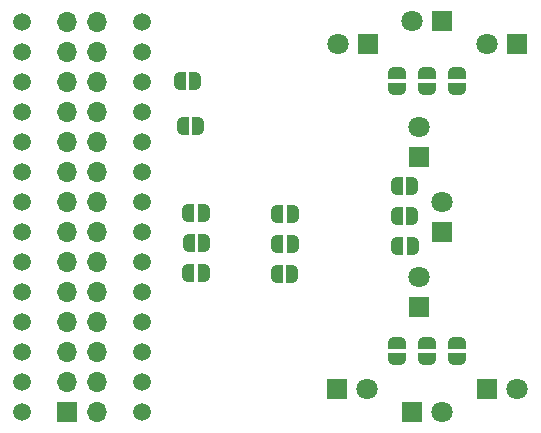
<source format=gbr>
%TF.GenerationSoftware,KiCad,Pcbnew,(6.0.4)*%
%TF.CreationDate,2024-03-23T19:03:44+02:00*%
%TF.ProjectId,EEE3088 Sensing,45454533-3038-4382-9053-656e73696e67,R1.0*%
%TF.SameCoordinates,Original*%
%TF.FileFunction,Soldermask,Bot*%
%TF.FilePolarity,Negative*%
%FSLAX46Y46*%
G04 Gerber Fmt 4.6, Leading zero omitted, Abs format (unit mm)*
G04 Created by KiCad (PCBNEW (6.0.4)) date 2024-03-23 19:03:44*
%MOMM*%
%LPD*%
G01*
G04 APERTURE LIST*
G04 Aperture macros list*
%AMFreePoly0*
4,1,22,0.500000,-0.750000,0.000000,-0.750000,0.000000,-0.745033,-0.079941,-0.743568,-0.215256,-0.701293,-0.333266,-0.622738,-0.424486,-0.514219,-0.481581,-0.384460,-0.499164,-0.250000,-0.500000,-0.250000,-0.500000,0.250000,-0.499164,0.250000,-0.499963,0.256109,-0.478152,0.396186,-0.417904,0.524511,-0.324060,0.630769,-0.204165,0.706417,-0.067858,0.745374,0.000000,0.744959,0.000000,0.750000,
0.500000,0.750000,0.500000,-0.750000,0.500000,-0.750000,$1*%
%AMFreePoly1*
4,1,20,0.000000,0.744959,0.073905,0.744508,0.209726,0.703889,0.328688,0.626782,0.421226,0.519385,0.479903,0.390333,0.500000,0.250000,0.500000,-0.250000,0.499851,-0.262216,0.476331,-0.402017,0.414519,-0.529596,0.319384,-0.634700,0.198574,-0.708877,0.061801,-0.746166,0.000000,-0.745033,0.000000,-0.750000,-0.500000,-0.750000,-0.500000,0.750000,0.000000,0.750000,0.000000,0.744959,
0.000000,0.744959,$1*%
G04 Aperture macros list end*
%ADD10R,1.800000X1.800000*%
%ADD11C,1.800000*%
%ADD12C,1.500000*%
%ADD13FreePoly0,90.000000*%
%ADD14FreePoly1,90.000000*%
%ADD15FreePoly0,0.000000*%
%ADD16FreePoly1,0.000000*%
%ADD17FreePoly0,270.000000*%
%ADD18FreePoly1,270.000000*%
%ADD19R,1.700000X1.700000*%
%ADD20O,1.700000X1.700000*%
G04 APERTURE END LIST*
D10*
%TO.C,Q6*%
X148590000Y-89000000D03*
D11*
X151130000Y-89000000D03*
%TD*%
D10*
%TO.C,D2*%
X144830000Y-57815000D03*
D11*
X142290000Y-57815000D03*
%TD*%
D10*
%TO.C,Q4*%
X151080000Y-73760000D03*
D11*
X151080000Y-71220000D03*
%TD*%
D10*
%TO.C,Q5*%
X151130000Y-55880000D03*
D11*
X148590000Y-55880000D03*
%TD*%
D10*
%TO.C,D6*%
X142235000Y-87065000D03*
D11*
X144775000Y-87065000D03*
%TD*%
D10*
%TO.C,D1*%
X149145000Y-67415000D03*
D11*
X149145000Y-64875000D03*
%TD*%
D10*
%TO.C,D5*%
X157485000Y-57815000D03*
D11*
X154945000Y-57815000D03*
%TD*%
D10*
%TO.C,D4*%
X149145000Y-80115000D03*
D11*
X149145000Y-77575000D03*
%TD*%
D10*
%TO.C,D3*%
X154935000Y-87065000D03*
D11*
X157475000Y-87065000D03*
%TD*%
D12*
%TO.C,TP12*%
X115520000Y-61060000D03*
%TD*%
%TO.C,TP14*%
X115520000Y-63600000D03*
%TD*%
%TO.C,TP2*%
X115520000Y-55980000D03*
%TD*%
D13*
%TO.C,5*%
X149860000Y-61610000D03*
D14*
X149860000Y-60310000D03*
%TD*%
D12*
%TO.C,TP4*%
X115520000Y-81380000D03*
%TD*%
D15*
%TO.C,15*%
X129652000Y-74676000D03*
D16*
X130952000Y-74676000D03*
%TD*%
D15*
%TO.C,10*%
X128890000Y-60960000D03*
D16*
X130190000Y-60960000D03*
%TD*%
D15*
%TO.C,4*%
X147290000Y-72390000D03*
D16*
X148590000Y-72390000D03*
%TD*%
D12*
%TO.C,TP18*%
X125680000Y-81380000D03*
%TD*%
%TO.C,TP21*%
X125680000Y-73760000D03*
%TD*%
%TO.C,TP11*%
X115520000Y-71220000D03*
%TD*%
%TO.C,TP16*%
X125680000Y-58520000D03*
%TD*%
%TO.C,TP1*%
X115520000Y-89000000D03*
%TD*%
D13*
%TO.C,2*%
X147320000Y-61610000D03*
D14*
X147320000Y-60310000D03*
%TD*%
D12*
%TO.C,TP28*%
X125680000Y-55980000D03*
%TD*%
D15*
%TO.C,13*%
X137160000Y-72263000D03*
D16*
X138460000Y-72263000D03*
%TD*%
D12*
%TO.C,TP19*%
X125680000Y-78840000D03*
%TD*%
D17*
%TO.C,3*%
X152400000Y-83170000D03*
D18*
X152400000Y-84470000D03*
%TD*%
D12*
%TO.C,TP24*%
X125680000Y-66140000D03*
%TD*%
%TO.C,TP17*%
X125680000Y-83920000D03*
%TD*%
%TO.C,TP8*%
X115520000Y-78840000D03*
%TD*%
%TO.C,TP26*%
X125680000Y-61060000D03*
%TD*%
D15*
%TO.C,17*%
X129637000Y-77216000D03*
D16*
X130937000Y-77216000D03*
%TD*%
D12*
%TO.C,TP7*%
X115520000Y-73761600D03*
%TD*%
%TO.C,TP10*%
X115520000Y-66140000D03*
%TD*%
%TO.C,TP9*%
X115520000Y-68680000D03*
%TD*%
%TO.C,TP5*%
X115520000Y-86460000D03*
%TD*%
D15*
%TO.C,1*%
X147290000Y-69850000D03*
D16*
X148590000Y-69850000D03*
%TD*%
D12*
%TO.C,TP6*%
X115520000Y-76300000D03*
%TD*%
%TO.C,TP15*%
X125680000Y-89000000D03*
%TD*%
D17*
%TO.C,9*%
X147320000Y-83170000D03*
D18*
X147320000Y-84470000D03*
%TD*%
D15*
%TO.C,14*%
X137160000Y-74803000D03*
D16*
X138460000Y-74803000D03*
%TD*%
D12*
%TO.C,TP13*%
X115520000Y-58520000D03*
%TD*%
%TO.C,TP20*%
X125680000Y-76300000D03*
%TD*%
D19*
%TO.C,J1*%
X119325000Y-89000000D03*
D20*
X121865000Y-89000000D03*
X119325000Y-86460000D03*
X121865000Y-86460000D03*
X119325000Y-83920000D03*
X121865000Y-83920000D03*
X119325000Y-81380000D03*
X121865000Y-81380000D03*
X119325000Y-78840000D03*
X121865000Y-78840000D03*
X119325000Y-76300000D03*
X121865000Y-76300000D03*
X119325000Y-73760000D03*
X121865000Y-73760000D03*
X119325000Y-71220000D03*
X121865000Y-71220000D03*
X119325000Y-68680000D03*
X121865000Y-68680000D03*
X119325000Y-66140000D03*
X121865000Y-66140000D03*
X119325000Y-63600000D03*
X121865000Y-63600000D03*
X119325000Y-61060000D03*
X121865000Y-61060000D03*
X119325000Y-58520000D03*
X121865000Y-58520000D03*
X119325000Y-55980000D03*
X121865000Y-55980000D03*
%TD*%
D12*
%TO.C,TP22*%
X125680000Y-71220000D03*
%TD*%
D13*
%TO.C,8*%
X152400000Y-61610000D03*
D14*
X152400000Y-60310000D03*
%TD*%
D15*
%TO.C,7*%
X147320000Y-74930000D03*
D16*
X148620000Y-74930000D03*
%TD*%
D12*
%TO.C,TP27*%
X125680000Y-86460000D03*
%TD*%
D15*
%TO.C,11*%
X129159000Y-64770000D03*
D16*
X130459000Y-64770000D03*
%TD*%
D12*
%TO.C,TP3*%
X115520000Y-83920000D03*
%TD*%
D15*
%TO.C,12*%
X129637000Y-72136000D03*
D16*
X130937000Y-72136000D03*
%TD*%
D12*
%TO.C,TP25*%
X125680000Y-63600000D03*
%TD*%
D17*
%TO.C,6*%
X149860000Y-83170000D03*
D18*
X149860000Y-84470000D03*
%TD*%
D15*
%TO.C,16*%
X137130000Y-77343000D03*
D16*
X138430000Y-77343000D03*
%TD*%
D12*
%TO.C,TP23*%
X125680000Y-68680000D03*
%TD*%
M02*

</source>
